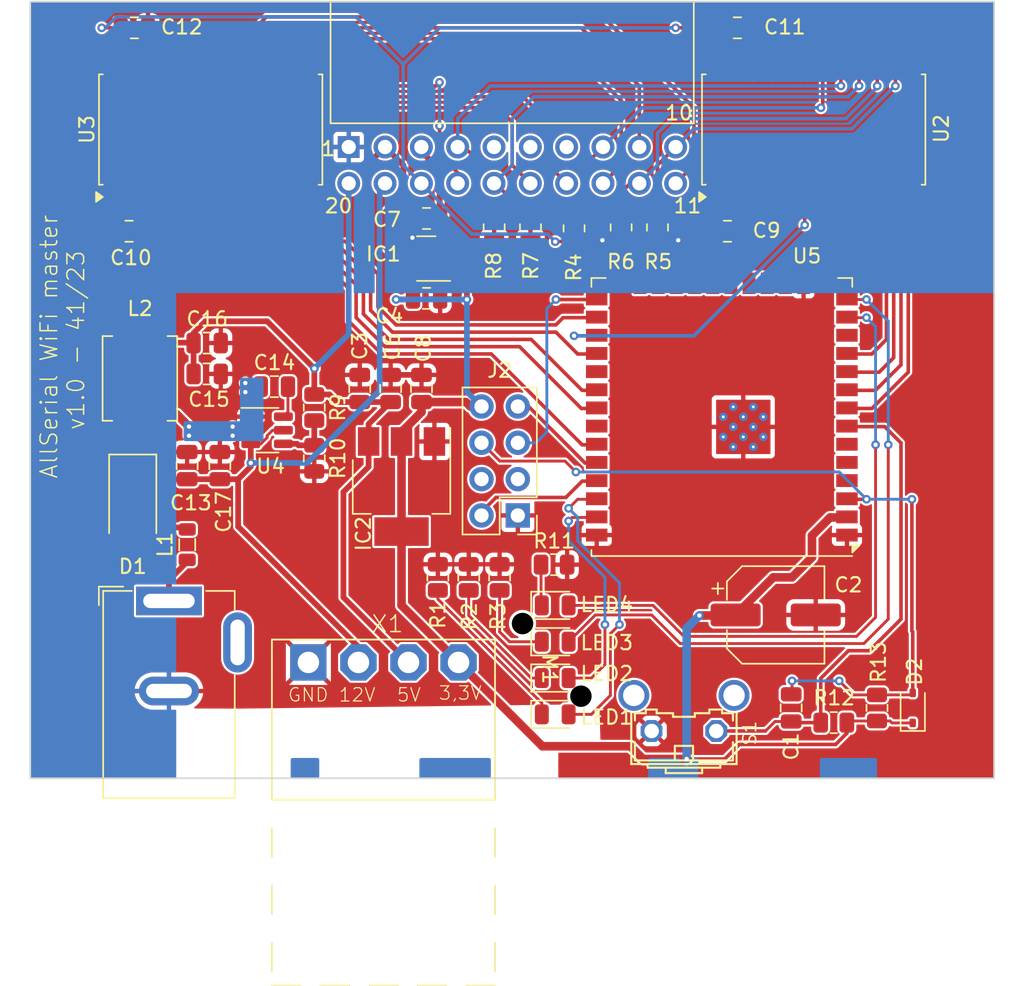
<source format=kicad_pcb>
(kicad_pcb (version 20240108) (generator "pcbnew") (generator_version "8.0")
  (layers (0 "F.Cu" signal) (31 "B.Cu" signal) (34 "B.Paste" user) (35 "F.Paste" user) (36 "B.SilkS" user "B.Silkscreen") (37 "F.SilkS" user "F.Silkscreen") (38 "B.Mask" user) (39 "F.Mask" user) (44 "Edge.Cuts" user))
  (net 0 "")
  (net 1 "GND")
  (net 2 "+5V")
  (net 3 "Net-(J1-Pad1)")
  (net 4 "Net-(U4-SW)")
  (net 5 "/LED1")
  (net 6 "/LED2")
  (net 7 "/LED3")
  (net 8 "/LED4")
  (net 9 "/RXD_B")
  (net 10 "/RI_B")
  (net 11 "/DSR_B")
  (net 12 "/DCD_B")
  (net 13 "/CTS_B")
  (net 14 "VBUS")
  (net 15 "/RTS_B")
  (net 16 "/DTR_B")
  (net 17 "/TXEN_B")
  (net 18 "/RST_B")
  (net 19 "/TXD_B")
  (net 20 "+3.3V")
  (net 21 "+12V")
  (net 23 "+1V8")
  (net 24 "Net-(U4-BOOT)")
  (net 25 "Net-(U4-FB)")
  (net 26 "/RXD_A")
  (net 27 "/TXD_A")
  (net 28 "/RI_A")
  (net 29 "/DSR_A")
  (net 30 "/DCD_A")
  (net 31 "/CTS_A")
  (net 35 "/DTR_A")
  (net 37 "/RST_A")
  (net 38 "/TXEN_A")
  (net 39 "/GP_A")
  (net 40 "/RTS_A")
  (net 41 "/GP_B")
  (net 43 "Net-(D1-A)")
  (net 44 "/RST")
  (net 45 "/BTN")
  (net 46 "/TXD")
  (net 49 "/IO0")
  (net 50 "/RXD")
  (net 51 "Net-(LED1-K)")
  (net 52 "Net-(LED2-K)")
  (net 53 "Net-(LED3-K)")
  (net 54 "Net-(LED4-K)")
  (footprint "Resistor_SMD:R_0805_2012Metric" (layer "F.Cu") (at 134.6626 109.5044 -90)
    (property "Reference" "R10")
    (property "Value" "10k")
  )
  (footprint "Capacitor_SMD:C_0805_2012Metric" (layer "F.Cu") (at 164.2491 79.4004)
    (property "Reference" "C11")
    (property "Value" "100n")
  )
  (footprint "Resistor_SMD:R_0805_2012Metric" (layer "F.Cu") (at 149.7811 93.3544 -90)
    (property "Reference" "R7")
    (property "Value" "10k")
  )
  (footprint "RF_Module:ESP32-WROOM-32U" (layer "F.Cu") (at 163.1611 106.6144 180)
    (property "Reference" "U5")
    (property "Value" "ESP32-WROOM-32U")
  )
  (footprint "Capacitor_SMD:C_0805_2012Metric" (layer "F.Cu") (at 131.8741 104.4904)
    (property "Reference" "C14")
    (property "Value" "100n")
  )
  (footprint "Capacitor_SMD:C_0805_2012Metric" (layer "F.Cu") (at 127.1751 101.4424)
    (property "Reference" "C16")
    (property "Value" "22µ")
  )
  (footprint "Diode_SMD:D_SOD-323" (layer "F.Cu") (at 176.5111 126.9544 90)
    (property "Reference" "D2")
    (property "Value" "1N4148WS")
  )
  (footprint "Resistor_SMD:R_0805_2012Metric" (layer "F.Cu") (at 170.9901 127.9854)
    (property "Reference" "R12")
    (property "Value" "3k3")
  )
  (footprint "Resistor_SMD:R_0805_2012Metric" (layer "F.Cu") (at 145.4631 117.8254 90)
    (property "Reference" "R2")
    (property "Value" "120")
  )
  (footprint "Capacitor_SMD:C_0805_2012Metric" (layer "F.Cu") (at 137.8431 104.6174 90)
    (property "Reference" "C3")
    (property "Value" "100n")
  )
  (footprint "Capacitor_SMD:C_0805_2012Metric" (layer "F.Cu") (at 128.0586 110.0124 90)
    (property "Reference" "C17")
    (property "Value" "10µ")
  )
  (footprint "Connector_BarrelJack:BarrelJack_GCT_DCJ200-10-A_Horizontal" (layer "F.Cu") (at 124.5011 119.4744)
    (property "Reference" "J1" (hide yes))
    (property "Value" "Barrel_Jack_Switch")
  )
  (footprint "Capacitor_SMD:C_0805_2012Metric" (layer "F.Cu") (at 125.7726 110.0124 90)
    (property "Reference" "C13")
    (property "Value" "10µ")
  )
  (footprint "Resistor_SMD:R_0805_2012Metric" (layer "F.Cu") (at 151.4321 116.9364)
    (property "Reference" "R11")
    (property "Value" "120")
  )
  (footprint "Capacitor_SMD:C_0805_2012Metric" (layer "F.Cu") (at 127.1751 103.6014)
    (property "Reference" "C15")
    (property "Value" "22µ")
  )
  (footprint "Capacitor_SMD:C_0805_2012Metric" (layer "F.Cu") (at 142.5161 98.3184)
    (property "Reference" "C4")
    (property "Value" "1µ")
  )
  (footprint "Package_SO:SOIC-24W_7.5x15.4mm_P1.27mm" (layer "F.Cu") (at 169.5831 86.5124 90)
    (property "Reference" "U2")
    (property "Value" "SN74LVC8T245")
  )
  (footprint "Capacitor_SMD:C_0805_2012Metric" (layer "F.Cu") (at 168.0111 126.9544 -90)
    (property "Reference" "C1")
    (property "Value" "10µ")
  )
  (footprint "Package_TO_SOT_SMD:SOT-23" (layer "F.Cu") (at 142.4936 95.5344 180)
    (property "Reference" "IC1")
    (property "Value" "MCP170X")
  )
  (footprint "Capacitor_SMD:C_0805_2012Metric" (layer "F.Cu") (at 142.1611 104.6174 90)
    (property "Reference" "C8")
    (property "Value" "10µ")
  )
  (footprint "Diode_SMD:D_SMA" (layer "F.Cu") (at 121.9681 112.7454 -90)
    (property "Reference" "D1")
    (property "Value" "SK 14 DIO")
  )
  (footprint "Capacitor_SMD:CP_Elec_6.3x5.4" (layer "F.Cu") (at 166.9261 120.4544)
    (property "Reference" "C2")
    (property "Value" "100µ")
  )
  (footprint "Capacitor_SMD:C_0805_2012Metric" (layer "F.Cu") (at 121.7141 93.6244)
    (property "Reference" "C10")
    (property "Value" "100n")
  )
  (footprint "WiFiMaster:AKL182-04" (layer "F.Cu") (at 139.5011 123.7744)
    (property "Reference" "X1")
    (property "Value" "AKL18X-04W")
  )
  (footprint "Capacitor_SMD:C_0805_2012Metric" (layer "F.Cu") (at 140.0021 104.6174 90)
    (property "Reference" "C5")
    (property "Value" "10µ")
  )
  (footprint "Resistor_SMD:R_0805_2012Metric" (layer "F.Cu") (at 174.0111 126.9544 -90)
    (property "Reference" "R13")
    (property "Value" "33k")
  )
  (footprint "Connector_PinHeader_2.54mm:PinHeader_2x04_P2.54mm_Vertical" (layer "F.Cu") (at 148.8971 113.4974 180)
    (property "Reference" "J2")
    (property "Value" "Conn_02x04_Odd_Even")
  )
  (footprint "AllSerial:MasterBoard" (layer "F.Cu") (at 148.5011 87.2744)
    (property "Reference" "X2" (hide yes))
    (property "Value" "ALLSERIALMASTERM" (hide yes))
    (fp_line (start -33.7 -9.7) (end 33.7 -9.7) (stroke (width 0.12)) (layer "Edge.Cuts"))
    (fp_line (start -33.7 44.6) (end -33.7 -9.7) (stroke (width 0.12)) (layer "Edge.Cuts"))
    (fp_line (start 33.7 -9.7) (end 33.7 44.6) (stroke (width 0.12)) (layer "Edge.Cuts"))
    (fp_line (start 33.7 44.6) (end -33.7 44.6) (stroke (width 0.12)) (layer "Edge.Cuts"))
  )
  (footprint "Resistor_SMD:R_0805_2012Metric" (layer "F.Cu") (at 158.6611 93.3544 -90)
    (property "Reference" "R5")
    (property "Value" "10k")
  )
  (footprint "Resistor_SMD:R_0805_2012Metric" (layer "F.Cu") (at 143.3041 117.8254 -90)
    (property "Reference" "R1")
    (property "Value" "120")
  )
  (footprint "Capacitor_SMD:C_0805_2012Metric" (layer "F.Cu") (at 142.5161 92.7304 180)
    (property "Reference" "C7")
    (property "Value" "1µ")
  )
  (footprint "Inductor_SMD:L_Murata_LQH55DN_5.7x5.0mm" (layer "F.Cu") (at 122.4706 103.9164 90)
    (property "Reference" "L2")
    (property "Value" "4µ7")
  )
  (footprint "LED_SMD:LED_0805_2012Metric" (layer "F.Cu") (at 151.5111 119.7864)
    (property "Reference" "LED4")
    (property "Value" "LED3MM")
  )
  (footprint "Resistor_SMD:R_0805_2012Metric" (layer "F.Cu") (at 147.2411 93.3544 -90)
    (property "Reference" "R8")
    (property "Value" "10k")
  )
  (footprint "Resistor_SMD:R_0805_2012Metric" (layer "F.Cu") (at 147.6221 117.8254 90)
    (property "Reference" "R3")
    (property "Value" "120")
  )
  (footprint "Inductor_SMD:L_0805_2012Metric" (layer "F.Cu") (at 125.7781 115.5394 90)
    (property "Reference" "L1")
    (property "Value" "WE-CBF_0805")
  )
  (footprint "Package_SO:SOIC-24W_7.5x15.4mm_P1.27mm" (layer "F.Cu") (at 127.4191 86.5124 90)
    (property "Reference" "U3")
    (property "Value" "SN74LVC8T245")
  )
  (footprint "Resistor_SMD:R_0805_2012Metric" (layer "F.Cu") (at 152.8291 93.4254 90)
    (property "Reference" "R4")
    (property "Value" "10k")
  )
  (footprint "Capacitor_SMD:C_0805_2012Metric" (layer "F.Cu") (at 122.0851 79.4004)
    (property "Reference" "C12")
    (property "Value" "100n")
  )
  (footprint "Package_TO_SOT_SMD:SOT-223-3_TabPin2" (layer "F.Cu") (at 140.7641 111.4754 -90)
    (property "Reference" "IC2")
    (property "Value" "NCP1117ST")
  )
  (footprint "AllSerial:Mentor 1296.1004" (layer "F.Cu") (at 151.2571 123.5964 -90)
    (property "Reference" "M1")
    (property "Value" "~")
  )
  (footprint "WiFiMaster:B3F-31XX" (layer "F.Cu") (at 160.5111 127.3236)
    (property "Reference" "S1")
    (property "Value" "31-XX")
  )
  (footprint "Package_TO_SOT_SMD:SOT-23-6" (layer "F.Cu") (at 131.3661 107.5384)
    (property "Reference" "U4")
    (property "Value" "TPS56220")
  )
  (footprint "LED_SMD:LED_0805_2012Metric" (layer "F.Cu") (at 151.5111 122.3264)
    (property "Reference" "LED3")
    (property "Value" "LED3MM")
  )
  (footprint "Resistor_SMD:R_0805_2012Metric" (layer "F.Cu") (at 134.6626 105.9484 -90)
    (property "Reference" "R9")
    (property "Value" "54k9")
  )
  (footprint "Resistor_SMD:R_0805_2012Metric" (layer "F.Cu") (at 156.1211 93.3544 -90)
    (property "Reference" "R6")
    (property "Value" "10k")
  )
  (footprint "LED_SMD:LED_0805_2012Metric" (layer "F.Cu") (at 151.5111 127.4064)
    (property "Reference" "LED1")
    (property "Value" "LED3MM")
  )
  (footprint "Capacitor_SMD:C_0805_2012Metric" (layer "F.Cu") (at 163.5531 93.6244)
    (property "Reference" "C9")
    (property "Value" "100n")
  )
  (footprint "LED_SMD:LED_0805_2012Metric" (layer "F.Cu") (at 151.5111 124.8664)
    (property "Reference" "LED2")
    (property "Value" "LED3MM")
  )
  (gr_text "3,3V" (at 143.3041 126.4614 0) (layer "F.SilkS") (effects (font (size 0.93472 0.93472) (thickness 0.08128)) (justify left bottom)))
  (gr_text "12V" (at 136.3191 126.5884 0) (layer "F.SilkS") (effects (font (size 0.93472 0.93472) (thickness 0.08128)) (justify left bottom)))
  (gr_text "5V" (at 140.3831 126.5884 0) (layer "F.SilkS") (effects (font (size 0.93472 0.93472) (thickness 0.08128)) (justify left bottom)))
  (gr_text "GND" (at 132.7631 126.5884 0) (layer "F.SilkS") (effects (font (size 0.93472 0.93472) (thickness 0.08128)) (justify left bottom)))
  (gr_text "AllSerial WiFi master \nv1.0 - 41/23" (at 115.4336 101.2444 90) (layer "F.SilkS") (effects (font (size 1.1684 1.1684) (thickness 0.1016)) (justify top)))
  (segment (start 154.8111 94.2544) (end 156.1086 94.2544) (width 0.25) (layer "F.Cu") (net 1))
  (segment (start 122.6641 92.8724) (end 122.6641 93.6244) (width 0.4) (layer "F.Cu") (net 1))
  (segment (start 141.5661 92.7304) (end 141.5661 94.0364) (width 0.4) (layer "F.Cu") (net 1))
  (segment (start 141.5661 94.0364) (end 141.5261 94.0764) (width 0.4) (layer "F.Cu") (net 1))
  (segment (start 143.4311 98.2834) (end 143.4661 98.3184) (width 0.4) (layer "F.Cu") (net 1))
  (segment (start 140.0021 103.6674) (end 142.1611 103.6674) (width 0.4) (layer "F.Cu") (net 1))
  (segment (start 143.4311 96.4844) (end 143.4311 98.2834) (width 0.4) (layer "F.Cu") (net 1))
  (segment (start 160.1111 94.2544) (end 160.0986 94.2669) (width 0.25) (layer "F.Cu") (net 1))
  (segment (start 122.9741 92.5624) (end 122.6641 92.8724) (width 0.4) (layer "F.Cu") (net 1))
  (segment (start 122.9741 91.1624) (end 122.9741 92.5624) (width 0.4) (layer "F.Cu") (net 1))
  (segment (start 156.1086 94.2544) (end 156.1211 94.2669) (width 0.25) (layer "F.Cu") (net 1))
  (segment (start 160.0986 94.2669) (end 158.6611 94.2669) (width 0.25) (layer "F.Cu") (net 1))
  (segment (start 124.2441 91.1624) (end 122.9741 91.1624) (width 0.4) (layer "F.Cu") (net 1))
  (via (at 160.1111 94.2544) (size 0.6) (drill 0.3) (layers "F.Cu" "B.Cu") (net 1))
  (via (at 154.8111 94.2544) (size 0.6) (drill 0.3) (layers "F.Cu" "B.Cu") (net 1))
  (via (at 141.5261 94.0764) (size 0.6) (drill 0.3) (layers "F.Cu" "B.Cu") (net 1))
  (segment (start 126.1991 101.4164) (end 126.2251 101.4424) (width 0.4) (layer "F.Cu") (net 2))
  (segment (start 122.4706 101.4164) (end 126.1991 101.4164) (width 0.4) (layer "F.Cu") (net 2))
  (segment (start 135.7216 105.0359) (end 134.6626 105.0359) (width 0.4) (layer "F.Cu") (net 2))
  (segment (start 138.4641 107.1054) (end 140.0021 105.5674) (width 0.4) (layer "F.Cu") (net 2))
  (segment (start 126.2251 103.6014) (end 126.2251 101.4424) (width 0.4) (layer "F.Cu") (net 2))
  (segment (start 134.6626 105.0359) (end 134.6681 103.2204) (width 0.4) (layer "F.Cu") (net 2))
  (segment (start 136.2531 105.5674) (end 135.7216 105.0359) (width 0.4) (layer "F.Cu") (net 2))
  (segment (start 140.0021 105.5674) (end 137.8431 105.5674) (width 0.4) (layer "F.Cu") (net 2))
  (segment (start 138.4641 108.3254) (end 138.4641 107.1054) (width 0.4) (layer "F.Cu") (net 2))
  (segment (start 138.4641 108.3254) (end 138.4641 110.0924) (width 0.4) (layer "F.Cu") (net 2))
  (segment (start 136.7001 111.8564) (end 136.7001 119.2224) (width 0.4) (layer "F.Cu") (net 2))
  (segment (start 126.2251 100.7414) (end 126.2251 101.4424) (width 0.4) (layer "F.Cu") (net 2))
  (segment (start 134.6681 103.2204) (end 134.6626 103.2149) (width 0.4) (layer "F.Cu") (net 2))
  (segment (start 141.2511 123.7734) (end 141.2511 123.7744) (width 0.4) (layer "F.Cu") (net 2))
  (segment (start 134.6626 103.2149) (end 131.3661 99.9184) (width 0.4) (layer "F.Cu") (net 2))
  (segment (start 127.0481 99.9184) (end 126.2251 100.7414) (width 0.4) (layer "F.Cu") (net 2))
  (segment (start 137.8431 105.5674) (end 136.2531 105.5674) (width 0.4) (layer "F.Cu") (net 2))
  (segment (start 136.7001 119.2224) (end 141.2511 123.7734) (width 0.4) (layer "F.Cu") (net 2))
  (segment (start 138.4641 110.0924) (end 136.7001 111.8564) (width 0.4) (layer "F.Cu") (net 2))
  (segment (start 131.3661 99.9184) (end 127.0481 99.9184) (width 0.4) (layer "F.Cu") (net 2))
  (via (at 134.6681 103.2204) (size 0.6) (drill 0.3) (layers "F.Cu" "B.Cu") (net 2))
  (segment (start 137.0711 100.8174) (end 137.0711 90.2744) (width 0.4) (layer "B.Cu") (net 2))
  (segment (start 134.6681 103.2204) (end 137.0711 100.8174) (width 0.4) (layer "B.Cu") (net 2))
  (segment (start 124.5011 118.0164) (end 125.7781 116.7394) (width 0.4) (layer "F.Cu") (net 3))
  (segment (start 124.5011 119.4744) (end 124.5011 118.0164) (width 0.4) (layer "F.Cu") (net 3))
  (segment (start 129.3341 107.5384) (end 128.9531 107.9194) (width 0.6) (layer "F.Cu") (net 4))
  (segment (start 122.4706 106.4164) (end 125.0371 106.4164) (width 0.6) (layer "F.Cu") (net 4))
  (segment (start 130.9241 104.4904) (end 130.0961 104.4904) (width 0.6) (layer "F.Cu") (net 4))
  (segment (start 130.0961 104.4904) (end 129.8421 104.2364) (width 0.6) (layer "F.Cu") (net 4))
  (segment (start 130.2231 104.4904) (end 129.8421 104.8714) (width 0.6) (layer "F.Cu") (net 4))
  (segment (start 130.2286 107.5384) (end 129.3341 107.5384) (width 0.6) (layer "F.Cu") (net 4))
  (segment (start 130.2286 107.5384) (end 129.2071 107.5384) (width 0.6) (layer "F.Cu") (net 4))
  (segment (start 129.2071 107.5384) (end 128.9531 107.2844) (width 0.6) (layer "F.Cu") (net 4))
  (segment (start 125.9051 107.2844) (end 125.9051 107.9194) (width 0.6) (layer "F.Cu") (net 4))
  (segment (start 125.0371 106.4164) (end 125.9051 107.2844) (width 0.6) (layer "F.Cu") (net 4))
  (segment (start 130.9241 104.4904) (end 130.2231 104.4904) (width 0.6) (layer "F.Cu") (net 4))
  (via (at 128.9531 107.2844) (size 0.6) (drill 0.3) (layers "F.Cu" "B.Cu") (net 4))
  (via (at 125.9051 107.9194) (size 0.6) (drill 0.3) (layers "F.Cu" "B.Cu") (net 4))
  (via (at 125.9051 107.2844) (size 0.6) (drill 0.3) (layers "F.Cu" "B.Cu") (net 4))
  (via (at 129.8421 104.2364) (size 0.6) (drill 0.3) (layers "F.Cu" "B.Cu") (net 4))
  (via (at 128.9531 107.9194) (size 0.6) (drill 0.3) (layers "F.Cu" "B.Cu") (net 4))
  (via (at 129.8421 104.8714) (size 0.6) (drill 0.3) (layers "F.Cu" "B.Cu") (net 4))
  (segment (start 154.0431 127.4064) (end 155.3691 126.0804) (width 0.2) (layer "F.Cu") (net 5))
  (segment (start 154.3931 112.3684) (end 153.0791 112.3684) (width 0.2) (layer "F.Cu") (net 5))
  (segment (start 155.3691 121.7624) (end 156.0041 121.1274) (width 0.2) (layer "F.Cu") (net 5))
  (segment (start 152.4486 127.4064) (end 154.0431 127.4064) (width 0.2) (layer "F.Cu") (net 5))
  (segment (start 155.3691 126.0804) (end 155.3691 121.7624) (width 0.2) (layer "F.Cu") (net 5))
  (segment (start 153.0791 112.3684) (end 152.4481 112.9994) (width 0.2) (layer "F.Cu") (net 5))
  (via (at 156.0041 121.1274) (size 0.6) (drill 0.3) (layers "F.Cu" "B.Cu") (net 5))
  (via (at 152.4481 112.9994) (size 0.6) (drill 0.3) (layers "F.Cu" "B.Cu") (net 5))
  (segment (start 152.4481 112.9994) (end 153.0831 113.6344) (width 0.2) (layer "B.Cu") (net 5))
  (segment (start 156.0041 118.2064) (end 156.0041 121.1274) (width 0.2) (layer "B.Cu") (net 5))
  (segment (start 153.0831 115.2854) (end 156.0041 118.2064) (width 0.2) (layer "B.Cu") (net 5))
  (segment (start 153.0831 113.6344) (end 153.0831 115.2854) (width 0.2) (layer "B.Cu") (net 5))
  (segment (start 152.6981 113.6384) (end 152.4481 113.8884) (width 0.2) (layer "F.Cu") (net 6))
  (segment (start 154.0431 124.8664) (end 154.9881 123.9214) (width 0.2) (layer "F.Cu") (net 6))
  (segment (start 154.3931 113.6384) (end 152.6981 113.6384) (width 0.2) (layer "F.Cu") (net 6))
  (segment (start 154.9881 123.9214) (end 154.9881 121.1274) (width 0.2) (layer "F.Cu") (net 6))
  (segment (start 152.4486 124.8664) (end 154.0431 124.8664) (width 0.2) (layer "F.Cu") (net 6))
  (via (at 152.4481 113.8884) (size 0.6) (drill 0.3) (layers "F.Cu" "B.Cu") (net 6))
  (via (at 154.9881 121.1274) (size 0.6) (drill 0.3) (layers "F.Cu" "B.Cu") (net 6))
  (segment (start 152.4481 113.8884) (end 152.4481 115.2854) (width 0.2) (layer "B.Cu") (net 6))
  (segment (start 154.9881 117.8254) (end 154.9881 121.1274) (width 0.2) (layer "B.Cu") (net 6))
  (segment (start 152.4481 115.2854) (end 154.9881 117.8254) (width 0.2) (layer "B.Cu") (net 6))
  (segment (start 173.2721 98.3984) (end 173.2761 98.3944) (width 0.2) (layer "F.Cu") (net 7))
  (segment (start 154.3206 120.4544) (end 152.4486 122.3264) (width 0.2) (layer "F.Cu") (net 7))
  (segment (start 173.0921 122.4544) (end 160.2521 122.4544) (width 0.2) (layer "F.Cu") (net 7))
  (segment (start 174.8001 108.5544) (end 174.8001 120.7464) (width 0.2) (layer "F.Cu") (net 7))
  (segment (start 174.8001 120.7464) (end 173.0921 122.4544) (width 0.2) (layer "F.Cu") (net 7))
  (segment (start 158.2521 120.4544) (end 154.3206 120.4544) (width 0.2) (layer "F.Cu") (net 7))
  (segment (start 171.8931 98.3984) (end 173.2721 98.3984) (width 0.2) (layer "F.Cu") (net 7))
  (segment (start 160.2521 122.4544) (end 158.2521 120.4544) (width 0.2) (layer "F.Cu") (net 7))
  (via (at 173.2761 98.3944) (size 0.6) (drill 0.3) (layers "F.Cu" "B.Cu") (net 7))
  (via (at 174.8001 108.5544) (size 0.6) (drill 0.3) (layers "F.Cu" "B.Cu") (net 7))
  (segment (start 174.8001 99.9184) (end 173.2761 98.3944) (width 0.2) (layer "B.Cu") (net 7))
  (segment (start 174.8001 108.5544) (end 174.8001 99.9184) (width 0.2) (layer "B.Cu") (net 7))
  (segment (start 171.8931 99.6684) (end 173.2721 99.6684) (width 0.2) (layer "F.Cu") (net 8))
  (segment (start 172.5761 121.9544) (end 160.5141 121.9544) (width 0.2) (layer "F.Cu") (net 8))
  (segment (start 160.5141 121.9544) (end 158.3461 119.7864) (width 0.2) (layer "F.Cu") (net 8))
  (segment (start 158.3461 119.7864) (end 152.4486 119.7864) (width 0.2) (layer "F.Cu") (net 8))
  (segment (start 173.2721 99.6684) (end 173.2761 99.6644) (width 0.2) (layer "F.Cu") (net 8))
  (segment (start 173.9111 120.6194) (end 172.5761 121.9544) (width 0.2) (layer "F.Cu") (net 8))
  (segment (start 173.9111 108.5544) (end 173.9111 120.6194) (width 0.2) (layer "F.Cu") (net 8))
  (via (at 173.9111 108.5544) (size 0.6) (drill 0.3) (layers "F.Cu" "B.Cu") (net 8))
  (via (at 173.2761 99.6644) (size 0.6) (drill 0.3) (layers "F.Cu" "B.Cu") (net 8))
  (segment (start 173.9111 108.5544) (end 173.9111 100.2994) (width 0.2) (layer "B.Cu") (net 8))
  (segment (start 173.9111 100.2994) (end 173.2761 99.6644) (width 0.2) (layer "B.Cu") (net 8))
  (segment (start 170.2181 84.8614) (end 170.0911 84.9884) (width 0.25) (layer "F.Cu") (net 9))
  (segment (start 153.5911 88.9944) (end 153.5911 91.7509) (width 0.25) (layer "F.Cu") (net 9))
  (segment (start 153.5911 91.7509) (end 152.8291 92.5129) (width 0.25) (layer "F.Cu") (net 9))
  (segment (start 170.2181 81.8624) (end 170.2181 84.8614) (width 0.25) (layer "F.Cu") (net 9))
  (segment (start 154.8511 87.7344) (end 153.5911 88.9944) (width 0.25) (layer "F.Cu") (net 9))
  (via (at 170.0911 84.9884) (size 0.6) (drill 0.3) (layers "F.Cu" "B.Cu") (net 9))
  (segment (start 157.5771 84.9884) (end 154.8511 87.7144) (width 0.25) (layer "B.Cu") (net 9))
  (segment (start 170.0911 84.9884) (end 157.5771 84.9884) (width 0.25) (layer "B.Cu") (net 9))
  (segment (start 154.8511 87.7144) (end 154.8511 87.7344) (width 0.25) (layer "B.Cu") (net 9))
  (segment (start 159.9311 87.7344) (end 158.6611 89.0044) (width 0.25) (layer "F.Cu") (net 10))
  (segment (start 175.2981 81.8624) (end 175.2981 83.4644) (width 0.25) (layer "F.Cu") (net 10))
  (segment (start 158.6611 89.0044) (end 158.6611 92.4419) (width 0.25) (layer "F.Cu") (net 10))
  (via (at 175.2981 83.4644) (size 0.6) (drill 0.3) (layers "F.Cu" "B.Cu") (net 10))
  (segment (start 175.2521 83.4644) (end 172.2601 86.4564) (width 0.25) (layer "B.Cu") (net 10))
  (segment (start 172.2601 86.4564) (end 161.2091 86.4564) (width 0.25) (layer "B.Cu") (net 10))
  (segment (start 161.2091 86.4564) (end 159.9311 87.7344) (width 0.25) (layer "B.Cu") (net 10))
  (segment (start 175.2981 83.4644) (end 175.2521 83.4644) (width 0.25) (layer "B.Cu") (net 10))
  (segment (start 156.7571 90.2744) (end 156.1211 90.9104) (width 0.25) (layer "F.Cu") (net 11))
  (segment (start 174.0281 81.8624) (end 174.0281 83.4644) (width 0.25) (layer "F.Cu") (net 11))
  (segment (start 157.3911 90.2744) (end 156.7571 90.2744) (width 0.25) (layer "F.Cu") (net 11))
  (segment (start 156.1211 90.9104) (end 156.1211 92.4419) (width 0.25) (layer "F.Cu") (net 11))
  (via (at 174.0281 83.4644) (size 0.6) (drill 0.3) (layers "F.Cu" "B.Cu") (net 11))
  (segment (start 174.0281 83.4644) (end 174.0281 83.5454) (width 0.25) (layer "B.Cu") (net 11))
  (segment (start 159.6771 85.7504) (end 158.6611 86.7664) (width 0.25) (layer "B.Cu") (net 11))
  (segment (start 171.8231 85.7504) (end 159.6771 85.7504) (width 0.25) (layer "B.Cu") (net 11))
  (segment (start 174.0281 83.5454) (end 171.8231 85.7504) (width 0.25) (layer "B.Cu") (net 11))
  (segment (start 158.6611 86.7664) (end 158.6611 89.0044) (width 0.25) (layer "B.Cu") (net 11))
  (segment (start 158.6611 89.0044) (end 157.3911 90.2744) (width 0.25) (layer "B.Cu") (net 11))
  (segment (start 147.2311 90.2744) (end 147.3311 90.2744) (width 0.25) (layer "F.Cu") (net 12))
  (segment (start 172.7581 81.8624) (end 172.7581 83.4644) (width 0.25) (layer "F.Cu") (net 12))
  (segment (start 149.4986 92.4419) (end 149.7811 92.4419) (width 0.25) (layer "F.Cu") (net 12))
  (segment (start 147.3311 90.2744) (end 149.4986 92.4419) (width 0.25) (layer "F.Cu") (net 12))
  (via (at 172.7581 83.4644) (size 0.6) (drill 0.3) (layers "F.Cu" "B.Cu") (net 12))
  (segment (start 171.9961 84.2264) (end 150.0251 84.2264) (width 0.25) (layer "B.Cu") (net 12))
  (segment (start 148.5011 85.7504) (end 148.5011 89.0044) (width 0.25) (layer "B.Cu") (net 12))
  (segment (start 150.0251 84.2264) (end 148.5011 85.7504) (width 0.25) (layer "B.Cu") (net 12))
  (segment (start 148.5011 89.0044) (end 147.2311 90.2744) (width 0.25) (layer "B.Cu") (net 12))
  (segment (start 172.7581 83.4644) (end 171.9961 84.2264) (width 0.25) (layer "B.Cu") (net 12))
  (segment (start 144.6911 87.2744) (end 145.9711 88.5544) (width 0.25) (layer "F.Cu") (net 13))
  (segment (start 171.4881 81.8624) (end 171.4881 83.4644) (width 0.25) (layer "F.Cu") (net 13))
  (segment (start 145.9711 88.5544) (end 145.9711 90.9144) (width 0.25) (layer "F.Cu") (net 13))
  (segment (start 147.2411 92.1844) (end 147.2411 92.4419) (width 0.25) (layer "F.Cu") (net 13))
  (segment (start 145.9711 90.9144) (end 147.2411 92.1844) (width 0.25) (layer "F.Cu") (net 13))
  (via (at 171.4881 83.4644) (size 0.6) (drill 0.3) (layers "F.Cu" "B.Cu") (net 13))
  (segment (start 144.6911 85.7504) (end 144.6911 87.2744) (width 0.25) (layer "B.Cu") (net 13))
  (segment (start 146.9771 83.4644) (end 144.6911 85.7504) (width 0.25) (layer "B.Cu") (net 13))
  (segment (start 171.4881 83.4644) (end 146.9771 83.4644) (width 0.25) (layer "B.Cu") (net 13))
  (segment (start 121.0691 79.4664) (end 121.1351 79.4004) (width 0.25) (layer "F.Cu") (net 14))
  (segment (start 119.7991 79.4004) (end 121.1351 79.4004) (width 0.25) (layer "F.Cu") (net 14))
  (segment (start 151.5276 94.3379) (end 152.8291 94.3379) (width 0.25) (layer "F.Cu") (net 14))
  (segment (start 120.4341 81.8624) (end 120.4341 81.0514) (width 0.25) (layer "F.Cu") (net 14))
  (segment (start 163.2331 79.4664) (end 163.2991 79.4004) (width 0.25) (layer "F.Cu") (net 14))
  (segment (start 121.7041 81.0514) (end 121.0691 80.4164) (width 0.25) (layer "F.Cu") (net 14))
  (segment (start 163.8681 81.8624) (end 163.8681 81.0514) (width 0.25) (layer "F.Cu") (net 14))
  (segment (start 121.7041 81.8624) (end 121.7041 81.0514) (width 0.25) (layer "F.Cu") (net 14))
  (segment (start 163.2331 80.4164) (end 163.2331 79.4664) (width 0.25) (layer "F.Cu") (net 14))
  (segment (start 121.0691 80.4164) (end 121.0691 79.4664) (width 0.25) (layer "F.Cu") (net 14))
  (segment (start 162.5981 81.0514) (end 163.2331 80.4164) (width 0.25) (layer "F.Cu") (net 14))
  (segment (start 120.4341 81.0514) (end 121.0691 80.4164) (width 0.25) (layer "F.Cu") (net 14))
  (segment (start 159.9311 79.4004) (end 163.2991 79.4004) (width 0.25) (layer "F.Cu") (net 14))
  (segment (start 162.5981 81.8624) (end 162.5981 81.0514) (width 0.25) (layer "F.Cu") (net 14))
  (segment (start 151.5111 94.3544) (end 151.5276 94.3379) (width 0.25) (layer "F.Cu") (net 14))
  (segment (start 163.8681 81.0514) (end 163.2331 80.4164) (width 0.25) (layer "F.Cu") (net 14))
  (via (at 159.9311 79.4004) (size 0.6) (drill 0.3) (layers "F.Cu" "B.Cu") (net 14))
  (via (at 119.7991 79.4004) (size 0.6) (drill 0.3) (layers "F.Cu" "B.Cu") (net 14))
  (via (at 151.5111 94.3544) (size 0.6) (drill 0.3) (layers "F.Cu" "B.Cu") (net 14))
  (segment (start 145.6791 93.8224) (end 142.1511 90.2944) (width 0.25) (layer "B.Cu") (net 14))
  (segment (start 142.1511 90.2944) (end 142.1511 90.2744) (width 0.25) (layer "B.Cu") (net 14))
  (segment (start 137.5791 78.6384) (end 120.8151 78.6384) (width 0.25) (layer "B.Cu") (net 14))
  (segment (start 150.9791 93.8224) (end 145.6791 93.8224) (width 0.25) (layer "B.Cu") (net 14))
  (segment (start 140.8811 81.9404) (end 143.4211 79.4004) (width 0.25) (layer "B.Cu") (net 14))
  (segment (start 143.4211 79.4004) (end 159.9311 79.4004) (width 0.25) (layer "B.Cu") (net 14))
  (segment (start 140.8811 89.0044) (end 140.8811 81.9404) (width 0.25) (layer "B.Cu") (net 14))
  (segment (start 140.8811 81.9404) (end 137.5791 78.6384) (width 0.25) (layer "B.Cu") (net 14))
  (segment (start 120.8151 78.6384) (end 120.0531 79.4004) (width 0.25) (layer "B.Cu") (net 14))
  (segment (start 142.1511 90.2744) (end 140.8811 89.0044) (width 0.25) (layer "B.Cu") (net 14))
  (segment (start 120.0531 79.4004) (end 119.7991 79.4004) (width 0.25) (layer "B.Cu") (net 14))
  (segment (start 151.5111 94.3544) (end 150.9791 93.8224) (width 0.25) (layer "B.Cu") (net 14))
  (segment (start 153.3271 79.4004) (end 157.3911 83.4644) (width 0.25) (layer "F.Cu") (net 15))
  (segment (start 157.3911 83.4644) (end 157.3911 87.7344) (width 0.25) (layer "F.Cu") (net 15))
  (segment (start 130.5941 80.7514) (end 131.9451 79.4004) (width 0.25) (layer "F.Cu") (net 15))
  (segment (start 131.9451 79.4004) (end 153.3271 79.4004) (width 0.25) (layer "F.Cu") (net 15))
  (segment (start 130.5941 81.8624) (end 130.5941 80.7514) (width 0.25) (layer "F.Cu") (net 15))
  (segment (start 133.1341 81.8624) (end 133.1341 80.6704) (width 0.25) (layer "F.Cu") (net 16))
  (segment (start 133.1341 80.6704) (end 133.6421 80.1624) (width 0.25) (layer "F.Cu") (net 16))
  (segment (start 156.1311 84.4904) (end 156.1311 88.9944) (width 0.25) (layer "F.Cu") (net 16))
  (segment (start 151.8031 80.1624) (end 156.1311 84.4904) (width 0.25) (layer "F.Cu") (net 16))
  (segment (start 156.1311 88.9944) (end 154.8511 90.2744) (width 0.25) (layer "F.Cu") (net 16))
  (segment (start 133.6421 80.1624) (end 151.8031 80.1624) (width 0.25) (layer "F.Cu") (net 16))
  (segment (start 128.0541 81.8624) (end 128.0541 83.0174) (width 0.25) (layer "F.Cu") (net 17))
  (segment (start 149.2631 84.2264) (end 151.0511 86.0144) (width 0.25) (layer "F.Cu") (net 17))
  (segment (start 151.0511 86.0144) (end 151.0511 89.0144) (width 0.25) (layer "F.Cu") (net 17))
  (segment (start 129.2631 84.2264) (end 149.2631 84.2264) (width 0.25) (layer "F.Cu") (net 17))
  (segment (start 128.0541 83.0174) (end 129.2631 84.2264) (width 0.25) (layer "F.Cu") (net 17))
  (segment (start 151.0511 89.0144) (end 152.3111 90.2744) (width 0.25) (layer "F.Cu") (net 17))
  (segment (start 126.7841 81.8624) (end 126.7841 83.0174) (width 0.25) (layer "F.Cu") (net 18))
  (segment (start 148.5011 89.0044) (end 149.7711 90.2744) (width 0.25) (layer "F.Cu") (net 18))
  (segment (start 147.4851 84.9884) (end 148.5011 86.0044) (width 0.25) (layer "F.Cu") (net 18))
  (segment (start 126.7841 83.0174) (end 128.7551 84.9884) (width 0.25) (layer "F.Cu") (net 18))
  (segment (start 128.7551 84.9884) (end 147.4851 84.9884) (width 0.25) (layer "F.Cu") (net 18))
  (segment (start 148.5011 86.0044) (end 148.5011 89.0044) (width 0.25) (layer "F.Cu") (net 18))
  (segment (start 143.4211 88.2644) (end 144.6911 89.5344) (width 0.25) (layer "F.Cu") (net 19))
  (segment (start 143.1671 83.4644) (end 143.4211 83.2104) (width 0.25) (layer "F.Cu") (net 19))
  (segment (start 144.6911 89.5344) (end 144.6911 89.8144) (width 0.25) (layer "F.Cu") (net 19))
  (segment (start 131.8641 81.8624) (end 131.8641 83.0834) (width 0.25) (layer "F.Cu") (net 19))
  (segment (start 132.2451 83.4644) (end 143.1671 83.4644) (width 0.25) (layer "F.Cu") (net 19))
  (segment (start 143.4211 86.2584) (end 143.4211 88.2644) (width 0.25) (layer "F.Cu") (net 19))
  (segment (start 131.8641 83.0834) (end 132.2451 83.4644) (width 0.25) (layer "F.Cu") (net 19))
  (via (at 143.4211 83.2104) (size 0.6) (drill 0.3) (layers "F.Cu" "B.Cu") (net 19))
  (via (at 143.4211 86.2584) (size 0.6) (drill 0.3) (layers "F.Cu" "B.Cu") (net 19))
  (segment (start 143.4211 83.2104) (end 143.4211 86.2584) (width 0.25) (layer "B.Cu") (net 19))
  (segment (start 140.7641 114.6254) (end 140.7641 119.7874) (width 0.6) (layer "F.Cu") (net 20))
  (segment (start 139.6111 87.7344) (end 138.2911 89.0544) (width 0.4) (layer "F.Cu") (net 20))
  (segment (start 164.1261 120.4544) (end 166.7551 117.8254) (width 0.6) (layer "F.Cu") (net 20))
  (segment (start 140.3831 98.3944) (end 141.4901 98.3944) (width 0.4) (layer "F.Cu") (net 20))
  (segment (start 160.7031 130.5254) (end 163.3701 130.5254) (width 0.25) (layer "F.Cu") (net 20))
  (segment (start 120.0411 93.6244) (end 120.7641 93.6244) (width 0.4) (layer "F.Cu") (net 20))
  (segment (start 171.9026 128.7239) (end 171.9026 127.9854) (width 0.25) (layer "F.Cu") (net 20))
  (segment (start 120.4341 91.1624) (end 120.4341 92.5424) (width 0.4) (layer "F.Cu") (net 20))
  (segment (start 174.9236 127.8669) (end 175.0611 128.0044) (width 0.2) (layer "F.Cu") (net 20))
  (segment (start 120.0111 93.6544) (end 120.0411 93.6244) (width 0.4) (layer "F.Cu") (net 20))
  (segment (start 161.4651 95.7274) (end 162.6031 94.5894) (width 0.4) (layer "F.Cu") (net 20))
  (segment (start 142.1611 106.2684) (end 142.1611 105.5674) (width 0.6) (layer "F.Cu") (net 20))
  (segment (start 156.7661 129.6364) (end 150.6131 129.6364) (width 0.6) (layer "F.Cu") (net 20))
  (segment (start 170.7321 113.6384) (end 171.8931 113.6384) (width 0.6) (layer "F.Cu") (net 20))
  (segment (start 121.7041 91.9324) (end 120.7641 92.8724) (width 0.4) (layer "F.Cu") (net 20))
  (segment (start 120.7641 92.8724) (end 120.7641 93.6244) (width 0.4) (layer "F.Cu") (net 20))
  (segment (start 164.0881 120.4924) (end 164.1261 120.4544) (width 0.6) (layer "F.Cu") (net 20))
  (segment (start 140.7641 119.7874) (end 144.7511 123.7744) (width 0.6) (layer "F.Cu") (net 20))
  (segment (start 141.4901 98.3944) (end 141.5661 98.3184) (width 0.4) (layer "F.Cu") (net 20))
  (segment (start 145.3361 105.6334) (end 145.5801 105.8774) (width 0.6) (layer "F.Cu") (net 20))
  (segment (start 141.5561 95.5344) (end 141.5561 98.3084) (width 0.4) (layer "F.Cu") (net 20))
  (segment (start 145.5801 105.8774) (end 146.3571 105.8774) (width 0.6) (layer "F.Cu") (net 20))
  (segment (start 146.9871 95.7274) (end 161.4651 95.7274) (width 0.4) (layer "F.Cu") (net 20))
  (segment (start 140.7641 108.3254) (end 140.7641 107.6654) (width 0.6) (layer "F.Cu") (net 20))
  (segment (start 141.5561 98.3084) (end 141.5661 98.3184) (width 0.4) (layer "F.Cu") (net 20))
  (segment (start 142.1611 105.5674) (end 145.2701 105.5674) (width 0.6) (layer "F.Cu") (net 20))
  (segment (start 162.5981 91.1624) (end 162.5981 93.6194) (width 0.4) (layer "F.Cu") (net 20))
  (segment (start 174.0111 127.8669) (end 174.9236 127.8669) (width 0.2) (layer "F.Cu") (net 20))
  (segment (start 162.6031 94.5894) (end 162.6031 93.6244) (width 0.4) (layer "F.Cu") (net 20))
  (segment (start 171.1171 129.5094) (end 171.9026 128.7239) (width 0.25) (layer "F.Cu") (net 20))
  (segment (start 141.5561 95.5344) (end 140.4441 95.5344) (width 0.4) (layer "F.Cu") (net 20))
  (segment (start 162.5981 93.6194) (end 162.6031 93.6244) (width 0.4) (layer "F.Cu") (net 20))
  (segment (start 140.7641 108.3254) (end 140.7641 114.6254) (width 0.6) (layer "F.Cu") (net 20))
  (segment (start 140.7641 107.6654) (end 142.1611 106.2684) (width 0.6) (layer "F.Cu") (net 20))
  (segment (start 140.8911 91.0244) (end 140.8911 89.0144) (width 0.4) (layer "F.Cu") (net 20))
  (segment (start 163.3701 130.5254) (end 164.3861 129.5094) (width 0.25) (layer "F.Cu") (net 20))
  (segment (start 166.7551 117.8254) (end 168.0691 117.8254) (width 0.6) (layer "F.Cu") (net 20))
  (segment (start 119.1111 90.2544) (end 119.1111 92.7544) (width 0.4) (layer "F.Cu") (net 20))
  (segment (start 169.4661 114.9044) (end 170.7321 113.6384) (width 0.6) (layer "F.Cu") (net 20))
  (segment (start 157.6551 130.5254) (end 156.7661 129.6364) (width 0.6) (layer "F.Cu") (net 20))
  (segment (start 140.4441 95.5344) (end 139.4941 94.5844) (width 0.4) (layer "F.Cu") (net 20))
  (segment (start 145.3361 97.3784) (end 146.9871 95.7274) (width 0.4) (layer "F.Cu") (net 20))
  (segment (start 160.7031 130.5254) (end 157.6551 130.5254) (width 0.6) (layer "F.Cu") (net 20))
  (segment (start 120.3111 89.0544) (end 119.1111 90.2544) (width 0.4) (layer "F.Cu") (net 20))
  (segment (start 121.7041 91.1624) (end 121.7041 91.9324) (width 0.4) (layer "F.Cu") (net 20))
  (segment (start 139.4941 92.4214) (end 140.8911 91.0244) (width 0.4) (layer "F.Cu") (net 20))
  (segment (start 120.4341 92.5424) (end 120.7641 92.8724) (width 0.4) (layer "F.Cu") (net 20))
  (segment (start 169.4661 116.4284) (end 169.4661 114.9044) (width 0.6) (layer "F.Cu") (net 20))
  (segment (start 150.6131 129.6364) (end 144.7511 123.7744) (width 0.6) (layer "F.Cu") (net 20))
  (segment (start 145.2701 105.5674) (end 145.3361 105.6334) (width 0.4) (layer "F.Cu") (net 20))
  (segment (start 172.0211 127.8669) (end 171.9026 127.9854) (width 0.2) (layer "F.Cu") (net 20))
  (segment (start 164.3861 129.5094) (end 171.1171 129.5094) (width 0.25) (layer "F.Cu") (net 20))
  (segment (start 139.4941 94.5844) (end 139.4941 92.4214) (width 0.4) (layer "F.Cu") (net 20))
  (segment (start 175.0611 128.0044) (end 176.5111 128.0044) (width 0.2) (layer "F.Cu") (net 20))
  (segment (start 138.2911 89.0544) (end 120.3111 89.0544) (width 0.4) (layer "F.Cu") (net 20))
  (segment (start 174.0111 127.8669) (end 172.0211 127.8669) (width 0.2) (layer "F.Cu") (net 20))
  (segment (start 161.5921 120.4924) (end 164.0881 120.4924) (width 0.6) (layer "F.Cu") (net 20))
  (segment (start 168.0691 117.8254) (end 169.4661 116.4284) (width 0.6) (layer "F.Cu") (net 20))
  (segment (start 140.8911 89.0144) (end 139.6111 87.7344) (width 0.4) (layer "F.Cu") (net 20))
  (segment (start 119.1111 92.7544) (end 120.0111 93.6544) (width 0.4) (layer "F.Cu") (net 20))
  (segment (start 145.3361 98.3944) (end 145.3361 97.3784) (width 0.4) (layer "F.Cu") (net 20))
  (via (at 160.7031 130.5254) (size 0.6) (drill 0.3) (layers "F.Cu" "B.Cu") (net 20))
  (via (at 140.3831 98.3944) (size 0.6) (drill 0.3) (layers "F.Cu" "B.Cu") (net 20))
  (via (at 145.3361 98.3944) (size 0.6) (drill 0.3) (layers "F.Cu" "B.Cu") (net 20))
  (via (at 161.5921 120.4924) (size 0.6) (drill 0.3) (layers "F.Cu" "B.Cu") (net 20))
  (segment (start 160.7031 130.5254) (end 160.7031 121.3814) (width 0.6) (layer "B.Cu") (net 20))
  (segment (start 160.7031 121.3814) (end 161.5921 120.4924) (width 0.6) (layer "B.Cu") (net 20))
  (segment (start 146.3571 105.8774) (end 145.3361 104.8564) (width 0.4) (layer "B.Cu") (net 20))
  (segment (start 145.3361 104.8564) (end 145.3361 98.3944) (width 0.4) (layer "B.Cu") (net 20))
  (segment (start 145.3361 98.3944) (end 140.3831 98.3944) (width 0.4) (layer "B.Cu") (net 20))
  (segment (start 130.2231 109.8244) (end 130.2231 108.4224) (width 0.4) (layer "F.Cu") (net 21))
  (segment (start 124.2541 110.9674) (end 125.7676 110.9674) (width 0.4) (layer "F.Cu") (net 21))
  (segment (start 129.3391 114.2744) (end 129.3391 110.9624) (width 0.4) (layer "F.Cu") (net 21))
  (segment (start 125.7726 110.9624) (end 128.0586 110.9624) (width 0.4) (layer "F.Cu") (net 21))
  (segment (start 130.9241 108.4884) (end 131.3661 108.0464) (width 0.2) (layer "F.Cu") (net 21))
  (segment (start 129.3391 110.9624) (end 130.2231 110.0784) (width 0.4) (layer "F.Cu") (net 21))
  (segment (start 125.7676 110.9674) (end 125.7726 110.9624) (width 0.4) (layer "F.Cu") (net 21))
  (segment (start 132.5036 107.5384) (end 131.7471 107.5384) (width 0.2) (layer "F.Cu") (net 21))
  (segment (start 131.3661 107.9194) (end 131.3661 108.0464) (width 0.2) (layer "F.Cu") (net 21))
  (segment (start 124.0321 110.7454) (end 124.2541 110.9674) (width 0.4) (layer "F.Cu") (net 21))
  (segment (start 130.2231 110.0784) (end 130.2231 109.8244) (width 0.4) (layer "F.Cu") (net 21))
  (segment (start 121.9681 110.7454) (end 124.0321 110.7454) (width 0.4) (layer "F.Cu") (net 21))
  (segment (start 137.7511 123.7744) (end 137.7511 122.6864) (width 0.4) (layer "F.Cu") (net 21))
  (segment (start 128.0586 110.9624) (end 129.3391 110.9624) (width 0.4) (layer "F.Cu") (net 21))
  (segment (start 137.7511 122.6864) (end 129.3391 114.2744) (width 0.4) (layer "F.Cu") (net 21))
  (segment (start 131.7471 107.5384) (end 131.3661 107.9194) (width 0.2) (layer "F.Cu") (net 21))
  (segment (start 130.2286 108.4884) (end 130.9241 108.4884) (width 0.2) (layer "F.Cu") (net 21))
  (via (at 130.2231 109.8244) (size 0.6) (drill 0.3) (layers "F.Cu" "B.Cu") (net 21))
  (segment (start 139.2401 104.7444) (end 139.2401 90.6454) (width 0.4) (layer "B.Cu") (net 21))
  (segment (start 134.1601 109.8244) (end 139.2401 104.7444) (width 0.4) (layer "B.Cu") (net 21))
  (segment (start 130.2231 109.8244) (end 134.1601 109.8244) (width 0.4) (layer "B.Cu") (net 21))
  (segment (start 139.2401 90.6454) (end 139.6111 90.2744) (width 0.4) (layer "B.Cu") (net 21))
  (segment (start 142.1511 88.0444) (end 143.4311 89.3244) (width 0.4) (layer "F.Cu") (net 23))
  (segment (start 143.4311 94.5844) (end 143.4311 92.7654) (width 0.4) (layer "F.Cu") (net 23))
  (segment (start 143.4311 89.3244) (end 143.4311 92.6954) (width 0.4) (layer "F.Cu") (net 23))
  (segment (start 142.1511 87.7344) (end 142.1511 88.0444) (width 0.4) (layer "F.Cu") (net 23))
  (segment (start 143.4311 92.7654) (end 143.4661 92.7304) (width 0.4) (layer "F.Cu") (net 23))
  (segment (start 143.4311 92.6954) (end 143.4661 92.7304) (width 0.4) (layer "F.Cu") (net 23))
  (segment (start 132.5036 106.5884) (end 132.8241 106.2679) (width 0.2) (layer "F.Cu") (net 24))
  (segment (start 132.8241 106.2679) (end 132.8241 104.4904) (width 0.2) (layer "F.Cu") (net 24))
  (segment (start 133.5626 108.5919) (end 133.4591 108.4884) (width 0.4) (layer "F.Cu") (net 25))
  (segment (start 133.4591 108.4884) (end 132.5036 108.4884) (width 0.4) (layer "F.Cu") (net 25))
  (segment (start 134.6626 108.5919) (end 133.5626 108.5919) (width 0.4) (layer "F.Cu") (net 25))
  (segment (start 134.6626 108.5919) (end 134.6626 106.8609) (width 0.4) (layer "F.Cu") (net 25))
  (segment (start 168.9581 91.1724) (end 168.9481 91.1624) (width 0.25) (layer "F.Cu") (net 26))
  (segment (start 152.8331 100.9384) (end 152.8291 100.9344) (width 0.25) (layer "F.Cu") (net 26))
  (segment (start 168.9581 93.1874) (end 168.9581 91.1724) (width 0.25) (layer "F.Cu") (net 26))
  (segment (start 154.3931 100.9384) (end 152.8331 100.9384) (width 0.25) (layer "F.Cu") (net 26))
  (via (at 152.8291 100.9344) (size 0.6) (drill 0.3) (layers "F.Cu" "B.Cu") (net 26))
  (via (at 168.9581 93.1874) (size 0.6) (drill 0.3) (layers "F.Cu" "B.Cu") (net 26))
  (segment (start 152.8291 100.9344) (end 161.2111 100.9344) (width 0.25) (layer "B.Cu") (net 26))
  (segment (start 161.2111 100.9344) (end 168.9581 93.1874) (width 0.25) (layer "B.Cu") (net 26))
  (segment (start 151.5591 100.6804) (end 140.1291 100.6804) (width 0.25) (layer "F.Cu") (net 27))
  (segment (start 153.0871 102.2084) (end 151.5591 100.6804) (width 0.25) (layer "F.Cu") (net 27))
  (segment (start 154.3931 102.2084) (end 153.0871 102.2084) (width 0.25) (layer "F.Cu") (net 27))
  (segment (start 136.5731 94.8384) (end 132.5091 94.8384) (width 0.25) (layer "F.Cu") (net 27))
  (segment (start 140.1291 100.6804) (end 138.6051 99.1564) (width 0.25) (layer "F.Cu") (net 27))
  (segment (start 130.5941 92.9234) (end 130.5941 91.1624) (width 0.25) (layer "F.Cu") (net 27))
  (segment (start 138.6051 96.8704) (end 136.5731 94.8384) (width 0.25) (layer "F.Cu") (net 27))
  (segment (start 132.5091 94.8384) (end 130.5941 92.9234) (width 0.25) (layer "F.Cu") (net 27))
  (segment (start 138.6051 99.1564) (end 138.6051 96.8704) (width 0.25) (layer "F.Cu") (net 27))
  (segment (start 172.6371 106.0184) (end 171.8931 106.0184) (width 0.25) (layer "F.Cu") (net 28))
  (segment (start 176.1971 96.6364) (end 176.1971 103.4744) (width 0.25) (layer "F.Cu") (net 28))
  (segment (start 172.6411 106.0144) (end 172.6371 106.0184) (width 0.25) (layer "F.Cu") (net 28))
  (segment (start 173.6571 106.0144) (end 172.6411 106.0144) (width 0.25) (layer "F.Cu") (net 28))
  (segment (start 174.0281 91.1624) (end 174.0281 94.4674) (width 0.25) (layer "F.Cu") (net 28))
  (segment (start 176.1971 103.4744) (end 173.6571 106.0144) (width 0.25) (layer "F.Cu") (net 28))
  (segment (start 174.0281 94.4674) (end 176.1971 96.6364) (width 0.25) (layer "F.Cu") (net 28))
  (segment (start 172.7581 91.1624) (end 172.7581 93.9394) (width 0.25) (layer "F.Cu") (net 29))
  (segment (start 175.6891 102.9664) (end 173.9071 104.7484) (width 0.25) (layer "F.Cu") (net 29))
  (segment (start 172.7581 93.9394) (end 175.6891 96.8704) (width 0.25) (layer "F.Cu") (net 29))
  (segment (start 173.9071 104.7484) (end 171.8931 104.7484) (width 0.25) (layer "F.Cu") (net 29))
  (segment (start 175.6891 96.8704) (end 175.6891 102.9664) (width 0.25) (layer "F.Cu") (net 29))
  (segment (start 175.1811 102.4584) (end 174.1611 103.4784) (width 0.25) (layer "F.Cu") (net 30))
  (segment (start 175.1811 97.1244) (end 175.1811 102.4584) (width 0.25) (layer "F.Cu") (net 30))
  (segment (start 174.1611 103.4784) (end 171.8931 103.4784) (width 0.25) (layer "F.Cu") (net 30))
  (segment (start 171.4881 93.4314) (end 175.1811 97.1244) (width 0.25) (layer "F.Cu") (net 30))
  (segment (start 171.4881 91.1624) (end 171.4881 93.4314) (width 0.25) (layer "F.Cu") (net 30))
  (segment (start 170.2181 92.9234) (end 174.6731 97.3784) (width 0.25) (layer "F.Cu") (net 31))
  (segment (start 173.6531 102.2084) (end 171.8931 102.2084) (width 0.25) (layer "F.Cu") (net 31))
  (segment (start 174.6731 101.1884) (end 173.6531 102.2084) (width 0.25) (layer "F.Cu") (net 31))
  (segment (start 174.6731 97.3784) (end 174.6731 101.1884) (width 0.25) (layer "F.Cu") (net 31))
  (segment (start 170.2181 91.1624) (end 170.2181 92.9234) (width 0.25) (layer "F.Cu") (net 31))
  (segment (start 139.1131 98.9024) (end 139.1131 96.6164) (width 0.25) (layer "F.Cu") (net 35))
  (segment (start 133.0171 94.3304) (end 131.8641 93.1774) (width 0.25) (layer "F.Cu") (net 35))
  (segment (start 139.1131 96.6164) (end 136.8271 94.3304) (width 0.25) (layer "F.Cu") (net 35))
  (segment (start 131.8641 93.1774) (end 131.8641 91.1624) (width 0.25) (layer "F.Cu") (net 35))
  (segment (start 136.8271 94.3304) (end 133.0171 94.3304) (width 0.25) (layer "F.Cu") (net 35))
  (segment (start 152.0631 99.6684) (end 151.5591 100.1724) (width 0.25) (layer "F.Cu") (net 35))
  (segment (start 154.3931 99.6684) (end 152.0631 99.6684) (width 0.25) (layer "F.Cu") (net 35))
  (segment (start 151.5591 100.1724) (end 140.3831 100.1724) (width 0.25) (layer "F.Cu") (net 35))
  (segment (start 140.3831 100.1724) (end 139.1131 98.9024) (width 0.25) (layer "F.Cu") (net 35))
  (segment (start 139.3671 102.2044) (end 137.0811 99.9184) (width 0.25) (layer "F.Cu") (net 38))
  (segment (start 147.0391 102.2044) (end 139.3671 102.2044) (width 0.25) (layer "F.Cu") (net 38))
  (segment (start 137.0811 97.6324) (end 135.8111 96.3624) (width 0.25) (layer "F.Cu") (net 38))
  (segment (start 154.3931 108.5584) (end 153.3931 108.5584) (width 0.25) (layer "F.Cu") (net 38))
  (segment (start 135.8111 96.3624) (end 130.4771 96.3624) (width 0.25) (layer "F.Cu") (net 38))
  (segment (start 130.4771 96.3624) (end 126.7841 92.6694) (width 0.25) (layer "F.Cu") (net 38))
  (segment (start 137.0811 99.9184) (end 137.0811 97.6324) (width 0.25) (layer "F.Cu") (net 38))
  (segment (start 153.3931 108.5584) (end 147.0391 102.2044) (width 0.25) (layer "F.Cu") (net 38))
  (segment (start 126.7841 92.6694) (end 126.7841 91.1624) (width 0.25) (layer "F.Cu") (net 38))
  (segment (start 137.5891 99.6644) (end 137.5891 97.3784) (width 0.25) (layer "F.Cu") (net 39))
  (segment (start 139.6211 101.6964) (end 137.5891 99.6644) (width 0.25) (layer "F.Cu") (net 39))
  (segment (start 128.0541 92.9234) (end 128.0541 91.1624) (width 0.25) (layer "F.Cu") (net 39))
  (segment (start 153.3411 106.0184) (end 149.0191 101.6964) (width 0.25) (layer "F.Cu") (net 39))
  (segment (start 137.5891 97.3784) (end 136.0651 95.8544) (width 0.25) (layer "F.Cu") (net 39))
  (segment (start 154.3931 106.0184) (end 153.3411 106.0184) (width 0.25) (layer "F.Cu") (net 39))
  (segment (start 149.0191 101.6964) (end 139.6211 101.6964) (width 0.25) (layer "F.Cu") (net 39))
  (segment (start 130.9851 95.8544) (end 128.0541 92.9234) (width 0.25) (layer "F.Cu") (net 39))
  (segment (start 136.0651 95.8544) (end 130.9851 95.8544) (width 0.25) (layer "F.Cu") (net 39))
  (segment (start 129.3241 92.9234) (end 129.3241 91.1624) (width 0.25) (layer "F.Cu") (net 40))
  (segment (start 138.0971 97.1244) (end 136.3191 95.3464) (width 0.25) (layer "F.Cu") (net 40))
  (segment (start 153.3931 104.7484) (end 149.8331 101.1884) (width 0.25) (layer "F.Cu") (net 40))
  (segment (start 138.0971 99.4104) (end 138.0971 97.1244) (width 0.25) (layer "F.Cu") (net 40))
  (segment (start 149.8331 101.1884) (end 139.8751 101.1884) (width 0.25) (layer "F.Cu") (net 40))
  (segment (start 136.3191 95.3464) (end 131.7471 95.3464) (width 0.25) (layer "F.Cu") (net 40))
  (segment (start 154.3931 104.7484) (end 153.3931 104.7484) (width 0.25) (layer "F.Cu") (net 40))
  (segment (start 131.7471 95.3464) (end 129.3241 92.9234) (width 0.25) (layer "F.Cu") (net 40))
  (segment (start 139.8751 101.1884) (end 138.0971 99.4104) (width 0.25) (layer "F.Cu") (net 40))
  (segment (start 161.2111 84.9984) (end 161.2111 88.9944) (width 0.25) (layer "F.Cu") (net 41))
  (segment (start 131.3101 78.6384) (end 154.8511 78.6384) (width 0.25) (layer "F.Cu") (net 41))
  (segment (start 161.2111 88.9944) (end 159.9311 90.2744) (width 0.25) (layer "F.Cu") (net 41))
  (segment (start 129.3241 81.8624) (end 129.3241 80.6244) (width 0.25) (layer "F.Cu") (net 41))
  (segment (start 154.8511 78.6384) (end 161.2111 84.9984) (width 0.25) (layer "F.Cu") (net 41))
  (segment (start 129.3241 80.6244) (end 131.3101 78.6384) (width 0.25) (layer "F.Cu") (net 41))
  (segment (start 123.7781 114.7454) (end 124.1841 114.3394) (width 0.4) (layer "F.Cu") (net 43))
  (segment (start 121.9681 114.7454) (end 123.7781 114.7454) (width 0.4) (layer "F.Cu") (net 43))
  (segment (start 124.1841 114.3394) (end 125.7781 114.3394) (width 0.4) (layer "F.Cu") (net 43))
  (segment (start 152.1941 109.6974) (end 152.9561 110.4594) (width 0.2) (layer "F.Cu") (net 44))
  (segment (start 173.2721 112.3684) (end 171.8931 112.3684) (width 0.25) (layer "F.Cu") (net 44))
  (segment (start 176.3736 126.0419) (end 176.5111 125.9044) (width 0.2) (layer "F.Cu") (net 44))
  (segment (start 150.2891 109.6974) (end 152.1941 109.6974) (width 0.2) (layer "F.Cu") (net 44))
  (segment (start 173.2761 112.3644) (end 173.2721 112.3684) (width 0.25) (layer "F.Cu") (net 44))
  (segment (start 172.3486 126.0419) (end 171.3711 125.0644) (width 0.2) (layer "F.Cu") (net 44))
  (segment (start 147.6371 109.6974) (end 150.2891 109.6974) (width 0.2) (layer "F.Cu") (net 44))
  (segment (start 174.0111 126.0419) (end 176.3736 126.0419) (width 0.2) (layer "F.Cu") (net 44))
  (segment (start 168.0691 125.0644) (end 168.0691 125.9464) (width 0.2) (layer "F.Cu") (net 44))
  (segment (start 176.4511 112.3644) (end 176.4511 121.5789) (width 0.25) (layer "F.Cu") (net 44))
  (segment (start 168.0691 125.9464) (end 168.0111 126.0044) (width 0.2) (layer "F.Cu") (net 44))
  (segment (start 146.3571 108.4174) (end 147.6371 109.6974) (width 0.2) (layer "F.Cu") (net 44))
  (segment (start 174.0111 126.0419) (end 172.3486 126.0419) (width 0.2) (layer "F.Cu") (net 44))
  (segment (start 176.5111 121.6389) (end 176.5111 125.9044) (width 0.25) (layer "F.Cu") (net 44))
  (segment (start 176.4511 121.5789) (end 176.5111 121.6389) (width 0.25) (layer "F.Cu") (net 44))
  (via (at 152.9561 110.4594) (size 0.6) (drill 0.3) (layers "F.Cu" "B.Cu") (net 44))
  (via (at 176.4511 112.3644) (size 0.6) (drill 0.3) (layers "F.Cu" "B.Cu") (net 44))
  (via (at 168.0691 125.0644) (size 0.6) (drill 0.3) (layers "F.Cu" "B.Cu") (net 44))
  (via (at 173.2761 112.3644) (size 0.6) (drill 0.3) (layers "F.Cu" "B.Cu") (net 44))
  (via (at 171.3711 125.0644) (size 0.6) (drill 0.3) (layers "F.Cu" "B.Cu") (net 44))
  (segment (start 173.2761 112.3644) (end 176.4511 112.3644) (width 0.2) (layer "B.Cu") (net 44))
  (segment (start 173.2761 112.3644) (end 171.3711 110.4594) (width 0.2) (layer "B.Cu") (net 44))
  (segment (start 171.3711 125.0644) (end 168.0691 125.0644) (width 0.2) (layer "B.Cu") (net 44))
  (segment (start 171.3711 110.4594) (end 152.9561 110.4594) (width 0.2) (layer "B.Cu") (net 44))
  (segment (start 175.6891 120.7464) (end 173.4811 122.9544) (width 0.25) (layer "F.Cu") (net 45))
  (segment (start 173.4811 122.9544) (end 172.0111 122.9544) (width 0.25) (layer "F.Cu") (net 45))
  (segment (start 172.0111 122.9544) (end 170.0776 124.8879) (width 0.25) (layer "F.Cu") (net 45))
  (segment (start 170.0776 124.8879) (end 170.0776 127.9854) (width 0.25) (layer "F.Cu") (net 45))
  (segment (start 170.0776 127.9854) (end 168.0921 127.9854) (width 0.25) (layer "F.Cu") (net 45))
  (segment (start 166.8801 127.9044) (end 166.2163 128.5682) (width 0.2) (layer "F.Cu") (net 45))
  (segment (start 162.7717 128.5682) (end 166.2163 128.5682) (width 0.25) (layer "F.Cu") (net 45))
  (segment (start 171.8931 107.2884) (end 174.5501 107.2884) (width 0.25) (layer "F.Cu") (net 45))
  (segment (start 175.6891 108.4274) (end 175.6891 120.7464) (width 0.25) (layer "F.Cu") (net 45))
  (segment (start 168.0111 127.9044) (end 166.8801 127.9044) (width 0.2) (layer "F.Cu") (net 45))
  (segment (start 168.0921 127.9854) (end 168.0111 127.9044) (width 0.25) (layer "F.Cu") (net 45))
  (segment (start 174.5501 107.2884) (end 175.6891 108.4274) (width 0.25) (layer "F.Cu") (net 45))
  (segment (start 147.3681 112.2374) (end 146.3571 113.2484) (width 0.25) (layer "F.Cu") (net 46))
  (segment (start 146.3571 113.2484) (end 146.3571 113.4974) (width 0.25) (layer "F.Cu") (net 46))
  (segment (start 153.3931 111.0984) (end 152.2541 112.2374) (width 0.25) (layer "F.Cu") (net 46))
  (segment (start 152.2541 112.2374) (end 147.3681 112.2374) (width 0.25) (layer "F.Cu") (net 46))
  (segment (start 154.3931 111.0984) (end 153.3931 111.0984) (width 0.25) (layer "F.Cu") (net 46))
  (segment (start 151.5591 98.3944) (end 151.5631 98.3984) (width 0.2) (layer "F.Cu") (net 49))
  (segment (start 151.5631 98.3984) (end 154.3931 98.3984) (width 0.25) (layer "F.Cu") (net 49))
  (via (at 151.5591 98.3944) (size 0.6) (drill 0.3) (layers "F.Cu" "B.Cu") (net 49))
  (segment (start 148.8971 108.4174) (end 150.1721 108.4174) (width 0.2) (layer "B.Cu") (net 49))
  (segment (start 150.1721 108.4174) (end 150.9241 107.6654) (width 0.2) (layer "B.Cu") (net 49))
  (segment (start 150.9241 107.6654) (end 150.9241 99.0294) (width 0.2) (layer "B.Cu") (net 49))
  (segment (start 150.9241 99.0294) (end 151.5591 98.3944) (width 0.2) (layer "B.Cu") (net 49))
  (segment (start 149.6441 105.8774) (end 148.8971 105.8774) (width 0.25) (layer "F.Cu") (net 50))
  (segment (start 154.3931 109.8284) (end 153.5951 109.8284) (width 0.25) (layer "F.Cu") (net 50))
  (segment (start 153.5951 109.8284) (end 149.6441 105.8774) (width 0.25) (layer "F.Cu") (net 50))
  (segment (start 150.5736 126.6189) (end 143.3041 119.3494) (width 0.2) (layer "F.Cu") (net 51))
  (segment (start 150.5736 127.4064) (end 150.5736 126.6189) (width 0.2) (layer "F.Cu") (net 51))
  (segment (start 143.3041 119.3494) (end 143.3041 118.7379) (width 0.2) (layer "F.Cu") (net 51))
  (segment (start 145.4631 120.4924) (end 145.4631 118.7379) (width 0.2) (layer "F.Cu") (net 52))
  (segment (start 150.5736 124.8664) (end 149.8371 124.8664) (width 0.2) (layer "F.Cu") (net 52))
  (segment (start 149.8371 124.8664) (end 145.4631 120.4924) (width 0.2) (layer "F.Cu") (net 52))
  (segment (start 148.3131 122.3264) (end 147.6221 121.6354) (width 0.2) (layer "F.Cu") (net 53))
  (segment (start 147.6221 121.6354) (end 147.6221 118.7379) (width 0.2) (layer "F.Cu") (net 53))
  (segment (start 150.5736 122.3264) (end 148.3131 122.3264) (width 0.2) (layer "F.Cu") (net 53))
  (segment (start 150.5196 116.9364) (end 150.5196 119.7324) (width 0.2) (layer "F.Cu") (net 54))
  (segment (start 150.5196 119.7324) (end 150.5736 119.7864) (width 0.2) (layer "F.Cu") (net 54))
  (zone (net 1) (net_name "GND") (layer "F.Cu") (priority 6) (connect_pads (clearance 0.000001)) (min_thickness 0.127) (fill yes (thermal_gap 0.304) (thermal_bridge_width 0.304))
    (polygon (pts (xy 182.9181 132.5306) (xy 151.7241 132.5306) (xy 151.7241 129.2766) (xy 154.674912 129.2766) (xy 154.596272 126.690208) (xy 129.4511 127.004522) (xy 114.8561 126.9694) (xy 114.8561 95.7274) (xy 182.9281 95.4734)))
  )
  (zone (net 1) (net_name "GND") (layer "F.Cu") (priority 6) (connect_pads (clearance 0.000001)) (min_thickness 0.127) (fill yes (thermal_gap 0.304) (thermal_bridge_width 0.304))
    (polygon (pts (xy 182.9181 95.7006) (xy 114.0841 95.7006) (xy 114.0841 77.6666) (xy 182.9181 77.6666)))
  )
  (zone (net 0) (net_name "") (layer "F.Cu") (priority 5) (connect_pads (clearance 0.000001)) (min_thickness 0.25) (fill yes (thermal_gap 0.5) (thermal_bridge_width 0.5) (island_removal_mode 1) (island_area_min 10))
    (polygon (pts (xy 119.0111 130.4544) (xy 120.0111 130.4544) (xy 120.0111 131.9544) (xy 119.0111 131.9544)))
  )
  (zone (net 0) (net_name "") (layer "B.Cu") (priority 3) (connect_pads (clearance 0.000001)) (min_thickness 0.25) (fill yes (thermal_gap 0.5) (thermal_bridge_width 0.5) (island_removal_mode 1) (island_area_min 10))
    (polygon (pts (xy 158.0111 131.9544) (xy 161.5111 131.9544) (xy 161.5111 130.4544) (xy 158.0111 130.4544)))
  )
  (zone (net 4) (net_name "Net-(U4-SW)") (layer "B.Cu") (connect_pads (clearance 0.000001)) (min_thickness 0.25) (fill yes (thermal_gap 0.5) (thermal_bridge_width 0.5))
    (polygon (pts (xy 125.5241 106.9034) (xy 125.5241 108.3004) (xy 131.1121 108.3004) (xy 131.1121 103.8554) (xy 129.4611 103.8554) (xy 129.4611 106.9034)))
  )
  (zone (net 0) (net_name "") (layer "B.Cu") (priority 1) (connect_pads (clearance 0.000001)) (min_thickness 0.25) (fill yes (thermal_gap 0.5) (thermal_bridge_width 0.5) (island_removal_mode 1) (island_area_min 10))
    (polygon (pts (xy 142.0111 131.9544) (xy 142.0111 130.4544) (xy 147.0111 130.4544) (xy 147.0111 131.9544)))
  )
  (zone (net 0) (net_name "") (layer "B.Cu") (priority 2) (connect_pads (clearance 0.000001)) (min_thickness 0.25) (fill yes (thermal_gap 0.5) (thermal_bridge_width 0.5) (island_removal_mode 1) (island_area_min 10))
    (polygon (pts (xy 133.0111 130.4544) (xy 135.0111 130.4544) (xy 135.0111 131.9544) (xy 133.0111 131.9544)))
  )
  (zone (net 1) (net_name "GND") (layer "B.Cu") (priority 6) (connect_pads (clearance 0.000001)) (min_thickness 0.127) (fill yes (thermal_gap 0.304) (thermal_bridge_width 0.304))
    (polygon (pts (xy 182.8491 97.9544) (xy 125.0111 97.9544) (xy 125.0111 131.9224) (xy 114.7291 131.9224) (xy 114.7291 77.5664) (xy 182.8491 77.5664)))
  )
  (zone (net 0) (net_name "") (layer "B.Cu") (priority 4) (connect_pads (clearance 0.000001)) (min_thickness 0.25) (fill yes (thermal_gap 0.5) (thermal_bridge_width 0.5) (island_removal_mode 1) (island_area_min 10))
    (polygon (pts (xy 170.0111 131.9544) (xy 174.0111 131.9544) (xy 174.0111 130.4544) (xy 170.0111 130.4544)))
  )
)
</source>
